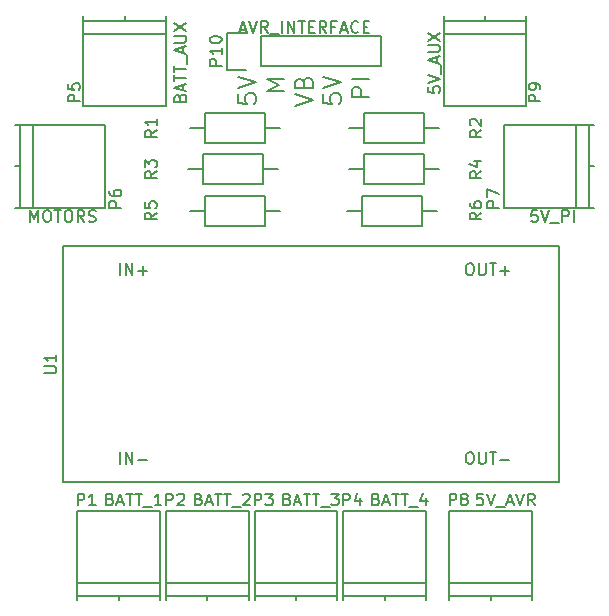
<source format=gto>
G04 #@! TF.FileFunction,Legend,Top*
%FSLAX46Y46*%
G04 Gerber Fmt 4.6, Leading zero omitted, Abs format (unit mm)*
G04 Created by KiCad (PCBNEW 4.0.4-stable) date 09/13/16 18:24:55*
%MOMM*%
%LPD*%
G01*
G04 APERTURE LIST*
%ADD10C,0.100000*%
%ADD11C,0.150000*%
G04 APERTURE END LIST*
D10*
D11*
X69378571Y-106642856D02*
X69378571Y-107357142D01*
X70092857Y-107428571D01*
X70021429Y-107357142D01*
X69950000Y-107214285D01*
X69950000Y-106857142D01*
X70021429Y-106714285D01*
X70092857Y-106642856D01*
X70235714Y-106571428D01*
X70592857Y-106571428D01*
X70735714Y-106642856D01*
X70807143Y-106714285D01*
X70878571Y-106857142D01*
X70878571Y-107214285D01*
X70807143Y-107357142D01*
X70735714Y-107428571D01*
X69378571Y-106142857D02*
X70878571Y-105642857D01*
X69378571Y-105142857D01*
X73278571Y-106357143D02*
X71778571Y-106357143D01*
X72850000Y-105857143D01*
X71778571Y-105357143D01*
X73278571Y-105357143D01*
X74178571Y-107642857D02*
X75678571Y-107142857D01*
X74178571Y-106642857D01*
X74892857Y-105642857D02*
X74964286Y-105428571D01*
X75035714Y-105357143D01*
X75178571Y-105285714D01*
X75392857Y-105285714D01*
X75535714Y-105357143D01*
X75607143Y-105428571D01*
X75678571Y-105571429D01*
X75678571Y-106142857D01*
X74178571Y-106142857D01*
X74178571Y-105642857D01*
X74250000Y-105500000D01*
X74321429Y-105428571D01*
X74464286Y-105357143D01*
X74607143Y-105357143D01*
X74750000Y-105428571D01*
X74821429Y-105500000D01*
X74892857Y-105642857D01*
X74892857Y-106142857D01*
X76578571Y-106642856D02*
X76578571Y-107357142D01*
X77292857Y-107428571D01*
X77221429Y-107357142D01*
X77150000Y-107214285D01*
X77150000Y-106857142D01*
X77221429Y-106714285D01*
X77292857Y-106642856D01*
X77435714Y-106571428D01*
X77792857Y-106571428D01*
X77935714Y-106642856D01*
X78007143Y-106714285D01*
X78078571Y-106857142D01*
X78078571Y-107214285D01*
X78007143Y-107357142D01*
X77935714Y-107428571D01*
X76578571Y-106142857D02*
X78078571Y-105642857D01*
X76578571Y-105142857D01*
X80478571Y-106857143D02*
X78978571Y-106857143D01*
X78978571Y-106285715D01*
X79050000Y-106142857D01*
X79121429Y-106071429D01*
X79264286Y-106000000D01*
X79478571Y-106000000D01*
X79621429Y-106071429D01*
X79692857Y-106142857D01*
X79764286Y-106285715D01*
X79764286Y-106857143D01*
X80478571Y-105357143D02*
X78978571Y-105357143D01*
X59250000Y-149100000D02*
X59250000Y-149500000D01*
X55750000Y-148000000D02*
X62750000Y-148000000D01*
X55750000Y-149100000D02*
X62750000Y-149100000D01*
X55750000Y-141900000D02*
X55750000Y-149500000D01*
X62750000Y-149500000D02*
X62750000Y-141900000D01*
X62750000Y-141900000D02*
X55750000Y-141900000D01*
X66750000Y-149100000D02*
X66750000Y-149500000D01*
X63250000Y-148000000D02*
X70250000Y-148000000D01*
X63250000Y-149100000D02*
X70250000Y-149100000D01*
X63250000Y-141900000D02*
X63250000Y-149500000D01*
X70250000Y-149500000D02*
X70250000Y-141900000D01*
X70250000Y-141900000D02*
X63250000Y-141900000D01*
X74250000Y-149100000D02*
X74250000Y-149500000D01*
X70750000Y-148000000D02*
X77750000Y-148000000D01*
X70750000Y-149100000D02*
X77750000Y-149100000D01*
X70750000Y-141900000D02*
X70750000Y-149500000D01*
X77750000Y-149500000D02*
X77750000Y-141900000D01*
X77750000Y-141900000D02*
X70750000Y-141900000D01*
X81750000Y-149100000D02*
X81750000Y-149500000D01*
X78250000Y-148000000D02*
X85250000Y-148000000D01*
X78250000Y-149100000D02*
X85250000Y-149100000D01*
X78250000Y-141900000D02*
X78250000Y-149500000D01*
X85250000Y-149500000D02*
X85250000Y-141900000D01*
X85250000Y-141900000D02*
X78250000Y-141900000D01*
X50900000Y-112750000D02*
X50500000Y-112750000D01*
X52000000Y-109250000D02*
X52000000Y-116250000D01*
X50900000Y-109250000D02*
X50900000Y-116250000D01*
X58100000Y-109250000D02*
X50500000Y-109250000D01*
X50500000Y-116250000D02*
X58100000Y-116250000D01*
X58100000Y-116250000D02*
X58100000Y-109250000D01*
X99100000Y-112750000D02*
X99500000Y-112750000D01*
X98000000Y-116250000D02*
X98000000Y-109250000D01*
X99100000Y-116250000D02*
X99100000Y-109250000D01*
X91900000Y-116250000D02*
X99500000Y-116250000D01*
X99500000Y-109250000D02*
X91900000Y-109250000D01*
X91900000Y-109250000D02*
X91900000Y-116250000D01*
X90750000Y-149100000D02*
X90750000Y-149500000D01*
X87250000Y-148000000D02*
X94250000Y-148000000D01*
X87250000Y-149100000D02*
X94250000Y-149100000D01*
X87250000Y-141900000D02*
X87250000Y-149500000D01*
X94250000Y-149500000D02*
X94250000Y-141900000D01*
X94250000Y-141900000D02*
X87250000Y-141900000D01*
X66540000Y-108230000D02*
X71620000Y-108230000D01*
X71620000Y-108230000D02*
X71620000Y-110770000D01*
X71620000Y-110770000D02*
X66540000Y-110770000D01*
X66540000Y-110770000D02*
X66540000Y-108230000D01*
X66540000Y-109500000D02*
X65270000Y-109500000D01*
X71620000Y-109500000D02*
X72890000Y-109500000D01*
X80040000Y-108230000D02*
X85120000Y-108230000D01*
X85120000Y-108230000D02*
X85120000Y-110770000D01*
X85120000Y-110770000D02*
X80040000Y-110770000D01*
X80040000Y-110770000D02*
X80040000Y-108230000D01*
X80040000Y-109500000D02*
X78770000Y-109500000D01*
X85120000Y-109500000D02*
X86390000Y-109500000D01*
X71460000Y-114270000D02*
X66380000Y-114270000D01*
X66380000Y-114270000D02*
X66380000Y-111730000D01*
X66380000Y-111730000D02*
X71460000Y-111730000D01*
X71460000Y-111730000D02*
X71460000Y-114270000D01*
X71460000Y-113000000D02*
X72730000Y-113000000D01*
X66380000Y-113000000D02*
X65110000Y-113000000D01*
X80040000Y-111730000D02*
X85120000Y-111730000D01*
X85120000Y-111730000D02*
X85120000Y-114270000D01*
X85120000Y-114270000D02*
X80040000Y-114270000D01*
X80040000Y-114270000D02*
X80040000Y-111730000D01*
X80040000Y-113000000D02*
X78770000Y-113000000D01*
X85120000Y-113000000D02*
X86390000Y-113000000D01*
X66540000Y-115230000D02*
X71620000Y-115230000D01*
X71620000Y-115230000D02*
X71620000Y-117770000D01*
X71620000Y-117770000D02*
X66540000Y-117770000D01*
X66540000Y-117770000D02*
X66540000Y-115230000D01*
X66540000Y-116500000D02*
X65270000Y-116500000D01*
X71620000Y-116500000D02*
X72890000Y-116500000D01*
X84960000Y-117770000D02*
X79880000Y-117770000D01*
X79880000Y-117770000D02*
X79880000Y-115230000D01*
X79880000Y-115230000D02*
X84960000Y-115230000D01*
X84960000Y-115230000D02*
X84960000Y-117770000D01*
X84960000Y-116500000D02*
X86230000Y-116500000D01*
X79880000Y-116500000D02*
X78610000Y-116500000D01*
X75500000Y-119500000D02*
X96500000Y-119500000D01*
X96500000Y-119500000D02*
X96500000Y-139500000D01*
X96500000Y-139500000D02*
X54500000Y-139500000D01*
X54500000Y-139500000D02*
X54500000Y-119500000D01*
X54500000Y-119500000D02*
X75500000Y-119500000D01*
X70000000Y-104550000D02*
X68450000Y-104550000D01*
X68450000Y-104550000D02*
X68450000Y-101450000D01*
X68450000Y-101450000D02*
X70000000Y-101450000D01*
X71270000Y-101730000D02*
X81430000Y-101730000D01*
X81430000Y-101730000D02*
X81430000Y-104270000D01*
X81430000Y-104270000D02*
X71270000Y-104270000D01*
X71270000Y-101730000D02*
X71270000Y-104270000D01*
X90250000Y-100400000D02*
X90250000Y-100000000D01*
X93750000Y-101500000D02*
X86750000Y-101500000D01*
X93750000Y-100400000D02*
X86750000Y-100400000D01*
X93750000Y-107600000D02*
X93750000Y-100000000D01*
X86750000Y-100000000D02*
X86750000Y-107600000D01*
X86750000Y-107600000D02*
X93750000Y-107600000D01*
X59750000Y-100400000D02*
X59750000Y-100000000D01*
X63250000Y-101500000D02*
X56250000Y-101500000D01*
X63250000Y-100400000D02*
X56250000Y-100400000D01*
X63250000Y-107600000D02*
X63250000Y-100000000D01*
X56250000Y-100000000D02*
X56250000Y-107600000D01*
X56250000Y-107600000D02*
X63250000Y-107600000D01*
X55761905Y-141452381D02*
X55761905Y-140452381D01*
X56142858Y-140452381D01*
X56238096Y-140500000D01*
X56285715Y-140547619D01*
X56333334Y-140642857D01*
X56333334Y-140785714D01*
X56285715Y-140880952D01*
X56238096Y-140928571D01*
X56142858Y-140976190D01*
X55761905Y-140976190D01*
X57285715Y-141452381D02*
X56714286Y-141452381D01*
X57000000Y-141452381D02*
X57000000Y-140452381D01*
X56904762Y-140595238D01*
X56809524Y-140690476D01*
X56714286Y-140738095D01*
X58523810Y-140928571D02*
X58666667Y-140976190D01*
X58714286Y-141023810D01*
X58761905Y-141119048D01*
X58761905Y-141261905D01*
X58714286Y-141357143D01*
X58666667Y-141404762D01*
X58571429Y-141452381D01*
X58190476Y-141452381D01*
X58190476Y-140452381D01*
X58523810Y-140452381D01*
X58619048Y-140500000D01*
X58666667Y-140547619D01*
X58714286Y-140642857D01*
X58714286Y-140738095D01*
X58666667Y-140833333D01*
X58619048Y-140880952D01*
X58523810Y-140928571D01*
X58190476Y-140928571D01*
X59142857Y-141166667D02*
X59619048Y-141166667D01*
X59047619Y-141452381D02*
X59380952Y-140452381D01*
X59714286Y-141452381D01*
X59904762Y-140452381D02*
X60476191Y-140452381D01*
X60190476Y-141452381D02*
X60190476Y-140452381D01*
X60666667Y-140452381D02*
X61238096Y-140452381D01*
X60952381Y-141452381D02*
X60952381Y-140452381D01*
X61333334Y-141547619D02*
X62095239Y-141547619D01*
X62857144Y-141452381D02*
X62285715Y-141452381D01*
X62571429Y-141452381D02*
X62571429Y-140452381D01*
X62476191Y-140595238D01*
X62380953Y-140690476D01*
X62285715Y-140738095D01*
X63261905Y-141452381D02*
X63261905Y-140452381D01*
X63642858Y-140452381D01*
X63738096Y-140500000D01*
X63785715Y-140547619D01*
X63833334Y-140642857D01*
X63833334Y-140785714D01*
X63785715Y-140880952D01*
X63738096Y-140928571D01*
X63642858Y-140976190D01*
X63261905Y-140976190D01*
X64214286Y-140547619D02*
X64261905Y-140500000D01*
X64357143Y-140452381D01*
X64595239Y-140452381D01*
X64690477Y-140500000D01*
X64738096Y-140547619D01*
X64785715Y-140642857D01*
X64785715Y-140738095D01*
X64738096Y-140880952D01*
X64166667Y-141452381D01*
X64785715Y-141452381D01*
X66023810Y-140928571D02*
X66166667Y-140976190D01*
X66214286Y-141023810D01*
X66261905Y-141119048D01*
X66261905Y-141261905D01*
X66214286Y-141357143D01*
X66166667Y-141404762D01*
X66071429Y-141452381D01*
X65690476Y-141452381D01*
X65690476Y-140452381D01*
X66023810Y-140452381D01*
X66119048Y-140500000D01*
X66166667Y-140547619D01*
X66214286Y-140642857D01*
X66214286Y-140738095D01*
X66166667Y-140833333D01*
X66119048Y-140880952D01*
X66023810Y-140928571D01*
X65690476Y-140928571D01*
X66642857Y-141166667D02*
X67119048Y-141166667D01*
X66547619Y-141452381D02*
X66880952Y-140452381D01*
X67214286Y-141452381D01*
X67404762Y-140452381D02*
X67976191Y-140452381D01*
X67690476Y-141452381D02*
X67690476Y-140452381D01*
X68166667Y-140452381D02*
X68738096Y-140452381D01*
X68452381Y-141452381D02*
X68452381Y-140452381D01*
X68833334Y-141547619D02*
X69595239Y-141547619D01*
X69785715Y-140547619D02*
X69833334Y-140500000D01*
X69928572Y-140452381D01*
X70166668Y-140452381D01*
X70261906Y-140500000D01*
X70309525Y-140547619D01*
X70357144Y-140642857D01*
X70357144Y-140738095D01*
X70309525Y-140880952D01*
X69738096Y-141452381D01*
X70357144Y-141452381D01*
X70761905Y-141452381D02*
X70761905Y-140452381D01*
X71142858Y-140452381D01*
X71238096Y-140500000D01*
X71285715Y-140547619D01*
X71333334Y-140642857D01*
X71333334Y-140785714D01*
X71285715Y-140880952D01*
X71238096Y-140928571D01*
X71142858Y-140976190D01*
X70761905Y-140976190D01*
X71666667Y-140452381D02*
X72285715Y-140452381D01*
X71952381Y-140833333D01*
X72095239Y-140833333D01*
X72190477Y-140880952D01*
X72238096Y-140928571D01*
X72285715Y-141023810D01*
X72285715Y-141261905D01*
X72238096Y-141357143D01*
X72190477Y-141404762D01*
X72095239Y-141452381D01*
X71809524Y-141452381D01*
X71714286Y-141404762D01*
X71666667Y-141357143D01*
X73523810Y-140928571D02*
X73666667Y-140976190D01*
X73714286Y-141023810D01*
X73761905Y-141119048D01*
X73761905Y-141261905D01*
X73714286Y-141357143D01*
X73666667Y-141404762D01*
X73571429Y-141452381D01*
X73190476Y-141452381D01*
X73190476Y-140452381D01*
X73523810Y-140452381D01*
X73619048Y-140500000D01*
X73666667Y-140547619D01*
X73714286Y-140642857D01*
X73714286Y-140738095D01*
X73666667Y-140833333D01*
X73619048Y-140880952D01*
X73523810Y-140928571D01*
X73190476Y-140928571D01*
X74142857Y-141166667D02*
X74619048Y-141166667D01*
X74047619Y-141452381D02*
X74380952Y-140452381D01*
X74714286Y-141452381D01*
X74904762Y-140452381D02*
X75476191Y-140452381D01*
X75190476Y-141452381D02*
X75190476Y-140452381D01*
X75666667Y-140452381D02*
X76238096Y-140452381D01*
X75952381Y-141452381D02*
X75952381Y-140452381D01*
X76333334Y-141547619D02*
X77095239Y-141547619D01*
X77238096Y-140452381D02*
X77857144Y-140452381D01*
X77523810Y-140833333D01*
X77666668Y-140833333D01*
X77761906Y-140880952D01*
X77809525Y-140928571D01*
X77857144Y-141023810D01*
X77857144Y-141261905D01*
X77809525Y-141357143D01*
X77761906Y-141404762D01*
X77666668Y-141452381D01*
X77380953Y-141452381D01*
X77285715Y-141404762D01*
X77238096Y-141357143D01*
X78261905Y-141452381D02*
X78261905Y-140452381D01*
X78642858Y-140452381D01*
X78738096Y-140500000D01*
X78785715Y-140547619D01*
X78833334Y-140642857D01*
X78833334Y-140785714D01*
X78785715Y-140880952D01*
X78738096Y-140928571D01*
X78642858Y-140976190D01*
X78261905Y-140976190D01*
X79690477Y-140785714D02*
X79690477Y-141452381D01*
X79452381Y-140404762D02*
X79214286Y-141119048D01*
X79833334Y-141119048D01*
X81023810Y-140928571D02*
X81166667Y-140976190D01*
X81214286Y-141023810D01*
X81261905Y-141119048D01*
X81261905Y-141261905D01*
X81214286Y-141357143D01*
X81166667Y-141404762D01*
X81071429Y-141452381D01*
X80690476Y-141452381D01*
X80690476Y-140452381D01*
X81023810Y-140452381D01*
X81119048Y-140500000D01*
X81166667Y-140547619D01*
X81214286Y-140642857D01*
X81214286Y-140738095D01*
X81166667Y-140833333D01*
X81119048Y-140880952D01*
X81023810Y-140928571D01*
X80690476Y-140928571D01*
X81642857Y-141166667D02*
X82119048Y-141166667D01*
X81547619Y-141452381D02*
X81880952Y-140452381D01*
X82214286Y-141452381D01*
X82404762Y-140452381D02*
X82976191Y-140452381D01*
X82690476Y-141452381D02*
X82690476Y-140452381D01*
X83166667Y-140452381D02*
X83738096Y-140452381D01*
X83452381Y-141452381D02*
X83452381Y-140452381D01*
X83833334Y-141547619D02*
X84595239Y-141547619D01*
X85261906Y-140785714D02*
X85261906Y-141452381D01*
X85023810Y-140404762D02*
X84785715Y-141119048D01*
X85404763Y-141119048D01*
X59452381Y-116238095D02*
X58452381Y-116238095D01*
X58452381Y-115857142D01*
X58500000Y-115761904D01*
X58547619Y-115714285D01*
X58642857Y-115666666D01*
X58785714Y-115666666D01*
X58880952Y-115714285D01*
X58928571Y-115761904D01*
X58976190Y-115857142D01*
X58976190Y-116238095D01*
X58452381Y-114809523D02*
X58452381Y-115000000D01*
X58500000Y-115095238D01*
X58547619Y-115142857D01*
X58690476Y-115238095D01*
X58880952Y-115285714D01*
X59261905Y-115285714D01*
X59357143Y-115238095D01*
X59404762Y-115190476D01*
X59452381Y-115095238D01*
X59452381Y-114904761D01*
X59404762Y-114809523D01*
X59357143Y-114761904D01*
X59261905Y-114714285D01*
X59023810Y-114714285D01*
X58928571Y-114761904D01*
X58880952Y-114809523D01*
X58833333Y-114904761D01*
X58833333Y-115095238D01*
X58880952Y-115190476D01*
X58928571Y-115238095D01*
X59023810Y-115285714D01*
X51761905Y-117452381D02*
X51761905Y-116452381D01*
X52095239Y-117166667D01*
X52428572Y-116452381D01*
X52428572Y-117452381D01*
X53095238Y-116452381D02*
X53285715Y-116452381D01*
X53380953Y-116500000D01*
X53476191Y-116595238D01*
X53523810Y-116785714D01*
X53523810Y-117119048D01*
X53476191Y-117309524D01*
X53380953Y-117404762D01*
X53285715Y-117452381D01*
X53095238Y-117452381D01*
X53000000Y-117404762D01*
X52904762Y-117309524D01*
X52857143Y-117119048D01*
X52857143Y-116785714D01*
X52904762Y-116595238D01*
X53000000Y-116500000D01*
X53095238Y-116452381D01*
X53809524Y-116452381D02*
X54380953Y-116452381D01*
X54095238Y-117452381D02*
X54095238Y-116452381D01*
X54904762Y-116452381D02*
X55095239Y-116452381D01*
X55190477Y-116500000D01*
X55285715Y-116595238D01*
X55333334Y-116785714D01*
X55333334Y-117119048D01*
X55285715Y-117309524D01*
X55190477Y-117404762D01*
X55095239Y-117452381D01*
X54904762Y-117452381D01*
X54809524Y-117404762D01*
X54714286Y-117309524D01*
X54666667Y-117119048D01*
X54666667Y-116785714D01*
X54714286Y-116595238D01*
X54809524Y-116500000D01*
X54904762Y-116452381D01*
X56333334Y-117452381D02*
X56000000Y-116976190D01*
X55761905Y-117452381D02*
X55761905Y-116452381D01*
X56142858Y-116452381D01*
X56238096Y-116500000D01*
X56285715Y-116547619D01*
X56333334Y-116642857D01*
X56333334Y-116785714D01*
X56285715Y-116880952D01*
X56238096Y-116928571D01*
X56142858Y-116976190D01*
X55761905Y-116976190D01*
X56714286Y-117404762D02*
X56857143Y-117452381D01*
X57095239Y-117452381D01*
X57190477Y-117404762D01*
X57238096Y-117357143D01*
X57285715Y-117261905D01*
X57285715Y-117166667D01*
X57238096Y-117071429D01*
X57190477Y-117023810D01*
X57095239Y-116976190D01*
X56904762Y-116928571D01*
X56809524Y-116880952D01*
X56761905Y-116833333D01*
X56714286Y-116738095D01*
X56714286Y-116642857D01*
X56761905Y-116547619D01*
X56809524Y-116500000D01*
X56904762Y-116452381D01*
X57142858Y-116452381D01*
X57285715Y-116500000D01*
X91452381Y-116238095D02*
X90452381Y-116238095D01*
X90452381Y-115857142D01*
X90500000Y-115761904D01*
X90547619Y-115714285D01*
X90642857Y-115666666D01*
X90785714Y-115666666D01*
X90880952Y-115714285D01*
X90928571Y-115761904D01*
X90976190Y-115857142D01*
X90976190Y-116238095D01*
X90452381Y-115333333D02*
X90452381Y-114666666D01*
X91452381Y-115095238D01*
X94690477Y-116452381D02*
X94214286Y-116452381D01*
X94166667Y-116928571D01*
X94214286Y-116880952D01*
X94309524Y-116833333D01*
X94547620Y-116833333D01*
X94642858Y-116880952D01*
X94690477Y-116928571D01*
X94738096Y-117023810D01*
X94738096Y-117261905D01*
X94690477Y-117357143D01*
X94642858Y-117404762D01*
X94547620Y-117452381D01*
X94309524Y-117452381D01*
X94214286Y-117404762D01*
X94166667Y-117357143D01*
X95023810Y-116452381D02*
X95357143Y-117452381D01*
X95690477Y-116452381D01*
X95785715Y-117547619D02*
X96547620Y-117547619D01*
X96785715Y-117452381D02*
X96785715Y-116452381D01*
X97166668Y-116452381D01*
X97261906Y-116500000D01*
X97309525Y-116547619D01*
X97357144Y-116642857D01*
X97357144Y-116785714D01*
X97309525Y-116880952D01*
X97261906Y-116928571D01*
X97166668Y-116976190D01*
X96785715Y-116976190D01*
X97785715Y-117452381D02*
X97785715Y-116452381D01*
X87261905Y-141452381D02*
X87261905Y-140452381D01*
X87642858Y-140452381D01*
X87738096Y-140500000D01*
X87785715Y-140547619D01*
X87833334Y-140642857D01*
X87833334Y-140785714D01*
X87785715Y-140880952D01*
X87738096Y-140928571D01*
X87642858Y-140976190D01*
X87261905Y-140976190D01*
X88404762Y-140880952D02*
X88309524Y-140833333D01*
X88261905Y-140785714D01*
X88214286Y-140690476D01*
X88214286Y-140642857D01*
X88261905Y-140547619D01*
X88309524Y-140500000D01*
X88404762Y-140452381D01*
X88595239Y-140452381D01*
X88690477Y-140500000D01*
X88738096Y-140547619D01*
X88785715Y-140642857D01*
X88785715Y-140690476D01*
X88738096Y-140785714D01*
X88690477Y-140833333D01*
X88595239Y-140880952D01*
X88404762Y-140880952D01*
X88309524Y-140928571D01*
X88261905Y-140976190D01*
X88214286Y-141071429D01*
X88214286Y-141261905D01*
X88261905Y-141357143D01*
X88309524Y-141404762D01*
X88404762Y-141452381D01*
X88595239Y-141452381D01*
X88690477Y-141404762D01*
X88738096Y-141357143D01*
X88785715Y-141261905D01*
X88785715Y-141071429D01*
X88738096Y-140976190D01*
X88690477Y-140928571D01*
X88595239Y-140880952D01*
X90071429Y-140452381D02*
X89595238Y-140452381D01*
X89547619Y-140928571D01*
X89595238Y-140880952D01*
X89690476Y-140833333D01*
X89928572Y-140833333D01*
X90023810Y-140880952D01*
X90071429Y-140928571D01*
X90119048Y-141023810D01*
X90119048Y-141261905D01*
X90071429Y-141357143D01*
X90023810Y-141404762D01*
X89928572Y-141452381D01*
X89690476Y-141452381D01*
X89595238Y-141404762D01*
X89547619Y-141357143D01*
X90404762Y-140452381D02*
X90738095Y-141452381D01*
X91071429Y-140452381D01*
X91166667Y-141547619D02*
X91928572Y-141547619D01*
X92119048Y-141166667D02*
X92595239Y-141166667D01*
X92023810Y-141452381D02*
X92357143Y-140452381D01*
X92690477Y-141452381D01*
X92880953Y-140452381D02*
X93214286Y-141452381D01*
X93547620Y-140452381D01*
X94452382Y-141452381D02*
X94119048Y-140976190D01*
X93880953Y-141452381D02*
X93880953Y-140452381D01*
X94261906Y-140452381D01*
X94357144Y-140500000D01*
X94404763Y-140547619D01*
X94452382Y-140642857D01*
X94452382Y-140785714D01*
X94404763Y-140880952D01*
X94357144Y-140928571D01*
X94261906Y-140976190D01*
X93880953Y-140976190D01*
X62452381Y-109666666D02*
X61976190Y-110000000D01*
X62452381Y-110238095D02*
X61452381Y-110238095D01*
X61452381Y-109857142D01*
X61500000Y-109761904D01*
X61547619Y-109714285D01*
X61642857Y-109666666D01*
X61785714Y-109666666D01*
X61880952Y-109714285D01*
X61928571Y-109761904D01*
X61976190Y-109857142D01*
X61976190Y-110238095D01*
X62452381Y-108714285D02*
X62452381Y-109285714D01*
X62452381Y-109000000D02*
X61452381Y-109000000D01*
X61595238Y-109095238D01*
X61690476Y-109190476D01*
X61738095Y-109285714D01*
X89952381Y-109666666D02*
X89476190Y-110000000D01*
X89952381Y-110238095D02*
X88952381Y-110238095D01*
X88952381Y-109857142D01*
X89000000Y-109761904D01*
X89047619Y-109714285D01*
X89142857Y-109666666D01*
X89285714Y-109666666D01*
X89380952Y-109714285D01*
X89428571Y-109761904D01*
X89476190Y-109857142D01*
X89476190Y-110238095D01*
X89047619Y-109285714D02*
X89000000Y-109238095D01*
X88952381Y-109142857D01*
X88952381Y-108904761D01*
X89000000Y-108809523D01*
X89047619Y-108761904D01*
X89142857Y-108714285D01*
X89238095Y-108714285D01*
X89380952Y-108761904D01*
X89952381Y-109333333D01*
X89952381Y-108714285D01*
X62452381Y-113166666D02*
X61976190Y-113500000D01*
X62452381Y-113738095D02*
X61452381Y-113738095D01*
X61452381Y-113357142D01*
X61500000Y-113261904D01*
X61547619Y-113214285D01*
X61642857Y-113166666D01*
X61785714Y-113166666D01*
X61880952Y-113214285D01*
X61928571Y-113261904D01*
X61976190Y-113357142D01*
X61976190Y-113738095D01*
X61452381Y-112833333D02*
X61452381Y-112214285D01*
X61833333Y-112547619D01*
X61833333Y-112404761D01*
X61880952Y-112309523D01*
X61928571Y-112261904D01*
X62023810Y-112214285D01*
X62261905Y-112214285D01*
X62357143Y-112261904D01*
X62404762Y-112309523D01*
X62452381Y-112404761D01*
X62452381Y-112690476D01*
X62404762Y-112785714D01*
X62357143Y-112833333D01*
X89952381Y-113166666D02*
X89476190Y-113500000D01*
X89952381Y-113738095D02*
X88952381Y-113738095D01*
X88952381Y-113357142D01*
X89000000Y-113261904D01*
X89047619Y-113214285D01*
X89142857Y-113166666D01*
X89285714Y-113166666D01*
X89380952Y-113214285D01*
X89428571Y-113261904D01*
X89476190Y-113357142D01*
X89476190Y-113738095D01*
X89285714Y-112309523D02*
X89952381Y-112309523D01*
X88904762Y-112547619D02*
X89619048Y-112785714D01*
X89619048Y-112166666D01*
X62452381Y-116666666D02*
X61976190Y-117000000D01*
X62452381Y-117238095D02*
X61452381Y-117238095D01*
X61452381Y-116857142D01*
X61500000Y-116761904D01*
X61547619Y-116714285D01*
X61642857Y-116666666D01*
X61785714Y-116666666D01*
X61880952Y-116714285D01*
X61928571Y-116761904D01*
X61976190Y-116857142D01*
X61976190Y-117238095D01*
X61452381Y-115761904D02*
X61452381Y-116238095D01*
X61928571Y-116285714D01*
X61880952Y-116238095D01*
X61833333Y-116142857D01*
X61833333Y-115904761D01*
X61880952Y-115809523D01*
X61928571Y-115761904D01*
X62023810Y-115714285D01*
X62261905Y-115714285D01*
X62357143Y-115761904D01*
X62404762Y-115809523D01*
X62452381Y-115904761D01*
X62452381Y-116142857D01*
X62404762Y-116238095D01*
X62357143Y-116285714D01*
X89952381Y-116666666D02*
X89476190Y-117000000D01*
X89952381Y-117238095D02*
X88952381Y-117238095D01*
X88952381Y-116857142D01*
X89000000Y-116761904D01*
X89047619Y-116714285D01*
X89142857Y-116666666D01*
X89285714Y-116666666D01*
X89380952Y-116714285D01*
X89428571Y-116761904D01*
X89476190Y-116857142D01*
X89476190Y-117238095D01*
X88952381Y-115809523D02*
X88952381Y-116000000D01*
X89000000Y-116095238D01*
X89047619Y-116142857D01*
X89190476Y-116238095D01*
X89380952Y-116285714D01*
X89761905Y-116285714D01*
X89857143Y-116238095D01*
X89904762Y-116190476D01*
X89952381Y-116095238D01*
X89952381Y-115904761D01*
X89904762Y-115809523D01*
X89857143Y-115761904D01*
X89761905Y-115714285D01*
X89523810Y-115714285D01*
X89428571Y-115761904D01*
X89380952Y-115809523D01*
X89333333Y-115904761D01*
X89333333Y-116095238D01*
X89380952Y-116190476D01*
X89428571Y-116238095D01*
X89523810Y-116285714D01*
X52952381Y-130261905D02*
X53761905Y-130261905D01*
X53857143Y-130214286D01*
X53904762Y-130166667D01*
X53952381Y-130071429D01*
X53952381Y-129880952D01*
X53904762Y-129785714D01*
X53857143Y-129738095D01*
X53761905Y-129690476D01*
X52952381Y-129690476D01*
X53952381Y-128690476D02*
X53952381Y-129261905D01*
X53952381Y-128976191D02*
X52952381Y-128976191D01*
X53095238Y-129071429D01*
X53190476Y-129166667D01*
X53238095Y-129261905D01*
X88880952Y-136952381D02*
X89071429Y-136952381D01*
X89166667Y-137000000D01*
X89261905Y-137095238D01*
X89309524Y-137285714D01*
X89309524Y-137619048D01*
X89261905Y-137809524D01*
X89166667Y-137904762D01*
X89071429Y-137952381D01*
X88880952Y-137952381D01*
X88785714Y-137904762D01*
X88690476Y-137809524D01*
X88642857Y-137619048D01*
X88642857Y-137285714D01*
X88690476Y-137095238D01*
X88785714Y-137000000D01*
X88880952Y-136952381D01*
X89738095Y-136952381D02*
X89738095Y-137761905D01*
X89785714Y-137857143D01*
X89833333Y-137904762D01*
X89928571Y-137952381D01*
X90119048Y-137952381D01*
X90214286Y-137904762D01*
X90261905Y-137857143D01*
X90309524Y-137761905D01*
X90309524Y-136952381D01*
X90642857Y-136952381D02*
X91214286Y-136952381D01*
X90928571Y-137952381D02*
X90928571Y-136952381D01*
X91547619Y-137571429D02*
X92309524Y-137571429D01*
X88880952Y-120952381D02*
X89071429Y-120952381D01*
X89166667Y-121000000D01*
X89261905Y-121095238D01*
X89309524Y-121285714D01*
X89309524Y-121619048D01*
X89261905Y-121809524D01*
X89166667Y-121904762D01*
X89071429Y-121952381D01*
X88880952Y-121952381D01*
X88785714Y-121904762D01*
X88690476Y-121809524D01*
X88642857Y-121619048D01*
X88642857Y-121285714D01*
X88690476Y-121095238D01*
X88785714Y-121000000D01*
X88880952Y-120952381D01*
X89738095Y-120952381D02*
X89738095Y-121761905D01*
X89785714Y-121857143D01*
X89833333Y-121904762D01*
X89928571Y-121952381D01*
X90119048Y-121952381D01*
X90214286Y-121904762D01*
X90261905Y-121857143D01*
X90309524Y-121761905D01*
X90309524Y-120952381D01*
X90642857Y-120952381D02*
X91214286Y-120952381D01*
X90928571Y-121952381D02*
X90928571Y-120952381D01*
X91547619Y-121571429D02*
X92309524Y-121571429D01*
X91928572Y-121952381D02*
X91928572Y-121190476D01*
X59357143Y-121952381D02*
X59357143Y-120952381D01*
X59833333Y-121952381D02*
X59833333Y-120952381D01*
X60404762Y-121952381D01*
X60404762Y-120952381D01*
X60880952Y-121571429D02*
X61642857Y-121571429D01*
X61261905Y-121952381D02*
X61261905Y-121190476D01*
X59357143Y-137952381D02*
X59357143Y-136952381D01*
X59833333Y-137952381D02*
X59833333Y-136952381D01*
X60404762Y-137952381D01*
X60404762Y-136952381D01*
X60880952Y-137571429D02*
X61642857Y-137571429D01*
X67952381Y-104214286D02*
X66952381Y-104214286D01*
X66952381Y-103833333D01*
X67000000Y-103738095D01*
X67047619Y-103690476D01*
X67142857Y-103642857D01*
X67285714Y-103642857D01*
X67380952Y-103690476D01*
X67428571Y-103738095D01*
X67476190Y-103833333D01*
X67476190Y-104214286D01*
X67952381Y-102690476D02*
X67952381Y-103261905D01*
X67952381Y-102976191D02*
X66952381Y-102976191D01*
X67095238Y-103071429D01*
X67190476Y-103166667D01*
X67238095Y-103261905D01*
X66952381Y-102071429D02*
X66952381Y-101976190D01*
X67000000Y-101880952D01*
X67047619Y-101833333D01*
X67142857Y-101785714D01*
X67333333Y-101738095D01*
X67571429Y-101738095D01*
X67761905Y-101785714D01*
X67857143Y-101833333D01*
X67904762Y-101880952D01*
X67952381Y-101976190D01*
X67952381Y-102071429D01*
X67904762Y-102166667D01*
X67857143Y-102214286D01*
X67761905Y-102261905D01*
X67571429Y-102309524D01*
X67333333Y-102309524D01*
X67142857Y-102261905D01*
X67047619Y-102214286D01*
X67000000Y-102166667D01*
X66952381Y-102071429D01*
X69547619Y-101166667D02*
X70023810Y-101166667D01*
X69452381Y-101452381D02*
X69785714Y-100452381D01*
X70119048Y-101452381D01*
X70309524Y-100452381D02*
X70642857Y-101452381D01*
X70976191Y-100452381D01*
X71880953Y-101452381D02*
X71547619Y-100976190D01*
X71309524Y-101452381D02*
X71309524Y-100452381D01*
X71690477Y-100452381D01*
X71785715Y-100500000D01*
X71833334Y-100547619D01*
X71880953Y-100642857D01*
X71880953Y-100785714D01*
X71833334Y-100880952D01*
X71785715Y-100928571D01*
X71690477Y-100976190D01*
X71309524Y-100976190D01*
X72071429Y-101547619D02*
X72833334Y-101547619D01*
X73071429Y-101452381D02*
X73071429Y-100452381D01*
X73547619Y-101452381D02*
X73547619Y-100452381D01*
X74119048Y-101452381D01*
X74119048Y-100452381D01*
X74452381Y-100452381D02*
X75023810Y-100452381D01*
X74738095Y-101452381D02*
X74738095Y-100452381D01*
X75357143Y-100928571D02*
X75690477Y-100928571D01*
X75833334Y-101452381D02*
X75357143Y-101452381D01*
X75357143Y-100452381D01*
X75833334Y-100452381D01*
X76833334Y-101452381D02*
X76500000Y-100976190D01*
X76261905Y-101452381D02*
X76261905Y-100452381D01*
X76642858Y-100452381D01*
X76738096Y-100500000D01*
X76785715Y-100547619D01*
X76833334Y-100642857D01*
X76833334Y-100785714D01*
X76785715Y-100880952D01*
X76738096Y-100928571D01*
X76642858Y-100976190D01*
X76261905Y-100976190D01*
X77595239Y-100928571D02*
X77261905Y-100928571D01*
X77261905Y-101452381D02*
X77261905Y-100452381D01*
X77738096Y-100452381D01*
X78071429Y-101166667D02*
X78547620Y-101166667D01*
X77976191Y-101452381D02*
X78309524Y-100452381D01*
X78642858Y-101452381D01*
X79547620Y-101357143D02*
X79500001Y-101404762D01*
X79357144Y-101452381D01*
X79261906Y-101452381D01*
X79119048Y-101404762D01*
X79023810Y-101309524D01*
X78976191Y-101214286D01*
X78928572Y-101023810D01*
X78928572Y-100880952D01*
X78976191Y-100690476D01*
X79023810Y-100595238D01*
X79119048Y-100500000D01*
X79261906Y-100452381D01*
X79357144Y-100452381D01*
X79500001Y-100500000D01*
X79547620Y-100547619D01*
X79976191Y-100928571D02*
X80309525Y-100928571D01*
X80452382Y-101452381D02*
X79976191Y-101452381D01*
X79976191Y-100452381D01*
X80452382Y-100452381D01*
X94952381Y-107238095D02*
X93952381Y-107238095D01*
X93952381Y-106857142D01*
X94000000Y-106761904D01*
X94047619Y-106714285D01*
X94142857Y-106666666D01*
X94285714Y-106666666D01*
X94380952Y-106714285D01*
X94428571Y-106761904D01*
X94476190Y-106857142D01*
X94476190Y-107238095D01*
X94952381Y-106190476D02*
X94952381Y-106000000D01*
X94904762Y-105904761D01*
X94857143Y-105857142D01*
X94714286Y-105761904D01*
X94523810Y-105714285D01*
X94142857Y-105714285D01*
X94047619Y-105761904D01*
X94000000Y-105809523D01*
X93952381Y-105904761D01*
X93952381Y-106095238D01*
X94000000Y-106190476D01*
X94047619Y-106238095D01*
X94142857Y-106285714D01*
X94380952Y-106285714D01*
X94476190Y-106238095D01*
X94523810Y-106190476D01*
X94571429Y-106095238D01*
X94571429Y-105904761D01*
X94523810Y-105809523D01*
X94476190Y-105761904D01*
X94380952Y-105714285D01*
X85452381Y-106000000D02*
X85452381Y-106476191D01*
X85928571Y-106523810D01*
X85880952Y-106476191D01*
X85833333Y-106380953D01*
X85833333Y-106142857D01*
X85880952Y-106047619D01*
X85928571Y-106000000D01*
X86023810Y-105952381D01*
X86261905Y-105952381D01*
X86357143Y-106000000D01*
X86404762Y-106047619D01*
X86452381Y-106142857D01*
X86452381Y-106380953D01*
X86404762Y-106476191D01*
X86357143Y-106523810D01*
X85452381Y-105666667D02*
X86452381Y-105333334D01*
X85452381Y-105000000D01*
X86547619Y-104904762D02*
X86547619Y-104142857D01*
X86166667Y-103952381D02*
X86166667Y-103476190D01*
X86452381Y-104047619D02*
X85452381Y-103714286D01*
X86452381Y-103380952D01*
X85452381Y-103047619D02*
X86261905Y-103047619D01*
X86357143Y-103000000D01*
X86404762Y-102952381D01*
X86452381Y-102857143D01*
X86452381Y-102666666D01*
X86404762Y-102571428D01*
X86357143Y-102523809D01*
X86261905Y-102476190D01*
X85452381Y-102476190D01*
X85452381Y-102095238D02*
X86452381Y-101428571D01*
X85452381Y-101428571D02*
X86452381Y-102095238D01*
X55952381Y-107238095D02*
X54952381Y-107238095D01*
X54952381Y-106857142D01*
X55000000Y-106761904D01*
X55047619Y-106714285D01*
X55142857Y-106666666D01*
X55285714Y-106666666D01*
X55380952Y-106714285D01*
X55428571Y-106761904D01*
X55476190Y-106857142D01*
X55476190Y-107238095D01*
X54952381Y-105761904D02*
X54952381Y-106238095D01*
X55428571Y-106285714D01*
X55380952Y-106238095D01*
X55333333Y-106142857D01*
X55333333Y-105904761D01*
X55380952Y-105809523D01*
X55428571Y-105761904D01*
X55523810Y-105714285D01*
X55761905Y-105714285D01*
X55857143Y-105761904D01*
X55904762Y-105809523D01*
X55952381Y-105904761D01*
X55952381Y-106142857D01*
X55904762Y-106238095D01*
X55857143Y-106285714D01*
X64428571Y-106928571D02*
X64476190Y-106785714D01*
X64523810Y-106738095D01*
X64619048Y-106690476D01*
X64761905Y-106690476D01*
X64857143Y-106738095D01*
X64904762Y-106785714D01*
X64952381Y-106880952D01*
X64952381Y-107261905D01*
X63952381Y-107261905D01*
X63952381Y-106928571D01*
X64000000Y-106833333D01*
X64047619Y-106785714D01*
X64142857Y-106738095D01*
X64238095Y-106738095D01*
X64333333Y-106785714D01*
X64380952Y-106833333D01*
X64428571Y-106928571D01*
X64428571Y-107261905D01*
X64666667Y-106309524D02*
X64666667Y-105833333D01*
X64952381Y-106404762D02*
X63952381Y-106071429D01*
X64952381Y-105738095D01*
X63952381Y-105547619D02*
X63952381Y-104976190D01*
X64952381Y-105261905D02*
X63952381Y-105261905D01*
X63952381Y-104785714D02*
X63952381Y-104214285D01*
X64952381Y-104500000D02*
X63952381Y-104500000D01*
X65047619Y-104119047D02*
X65047619Y-103357142D01*
X64666667Y-103166666D02*
X64666667Y-102690475D01*
X64952381Y-103261904D02*
X63952381Y-102928571D01*
X64952381Y-102595237D01*
X63952381Y-102261904D02*
X64761905Y-102261904D01*
X64857143Y-102214285D01*
X64904762Y-102166666D01*
X64952381Y-102071428D01*
X64952381Y-101880951D01*
X64904762Y-101785713D01*
X64857143Y-101738094D01*
X64761905Y-101690475D01*
X63952381Y-101690475D01*
X63952381Y-101309523D02*
X64952381Y-100642856D01*
X63952381Y-100642856D02*
X64952381Y-101309523D01*
M02*

</source>
